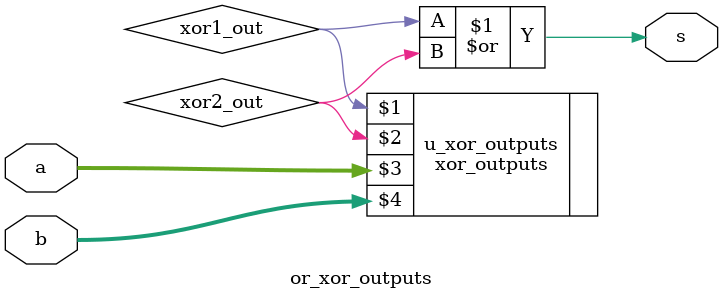
<source format=v>
module or_xor_outputs(
    output wire s,
    input wire [7:0] a,
    input wire [7:0] b
);

wire xor1_out, xor2_out;

xor_outputs u_xor_outputs(xor1_out, xor2_out, a, b);
or u_or(s, xor1_out, xor2_out);

endmodule

</source>
